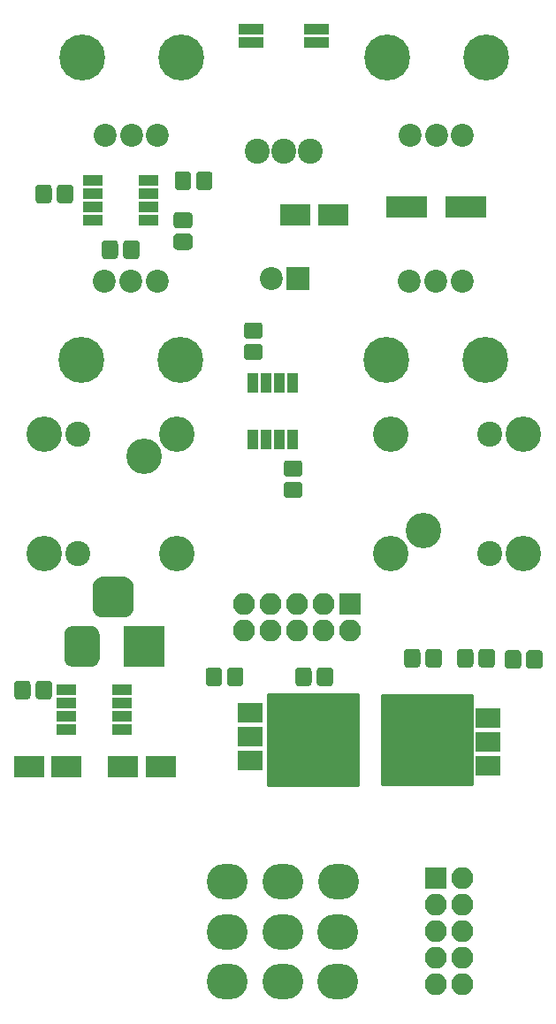
<source format=gbr>
G04 #@! TF.GenerationSoftware,KiCad,Pcbnew,(5.0.0-3-g5ebb6b6)*
G04 #@! TF.CreationDate,2018-11-10T02:34:20+00:00*
G04 #@! TF.ProjectId,555PWMTremolo,35353550574D5472656D6F6C6F2E6B69,rev?*
G04 #@! TF.SameCoordinates,Original*
G04 #@! TF.FileFunction,Soldermask,Top*
G04 #@! TF.FilePolarity,Negative*
%FSLAX46Y46*%
G04 Gerber Fmt 4.6, Leading zero omitted, Abs format (unit mm)*
G04 Created by KiCad (PCBNEW (5.0.0-3-g5ebb6b6)) date Saturday, 10 November 2018 at 02:34:20*
%MOMM*%
%LPD*%
G01*
G04 APERTURE LIST*
%ADD10O,3.900000X3.400000*%
%ADD11R,2.200000X2.200000*%
%ADD12C,2.200000*%
%ADD13R,2.400000X1.900000*%
%ADD14R,2.400000X4.200000*%
%ADD15C,0.100000*%
%ADD16C,1.550000*%
%ADD17C,2.400000*%
%ADD18C,3.400000*%
%ADD19R,3.900000X3.900000*%
%ADD20C,3.900000*%
%ADD21C,4.400000*%
%ADD22R,1.000000X1.950000*%
%ADD23R,3.000000X2.000000*%
%ADD24R,1.950000X1.000000*%
%ADD25R,2.400000X1.040000*%
%ADD26O,2.100000X2.100000*%
%ADD27R,2.100000X2.100000*%
%ADD28R,3.900000X2.000000*%
%ADD29C,0.254000*%
G04 APERTURE END LIST*
D10*
G04 #@! TO.C,SW_EN1*
X85836760Y-164851080D03*
X80563720Y-164838380D03*
X75247500Y-164833300D03*
X85852000Y-160045400D03*
X80556100Y-160045400D03*
X75247500Y-160045400D03*
X85864700Y-155244800D03*
X80556100Y-155244800D03*
X75247500Y-155244800D03*
G04 #@! TD*
D11*
G04 #@! TO.C,D_LED1*
X82042000Y-97536000D03*
D12*
X79502000Y-97536000D03*
G04 #@! TD*
D13*
G04 #@! TO.C,U_NREG1*
X100241500Y-144159000D03*
X100241500Y-139559000D03*
X100241500Y-141859000D03*
D14*
X93941500Y-141859000D03*
G04 #@! TD*
D15*
G04 #@! TO.C,C_BP1*
G36*
X71455071Y-87239623D02*
X71487781Y-87244475D01*
X71519857Y-87252509D01*
X71550991Y-87263649D01*
X71580884Y-87277787D01*
X71609247Y-87294787D01*
X71635807Y-87314485D01*
X71660308Y-87336692D01*
X71682515Y-87361193D01*
X71702213Y-87387753D01*
X71719213Y-87416116D01*
X71733351Y-87446009D01*
X71744491Y-87477143D01*
X71752525Y-87509219D01*
X71757377Y-87541929D01*
X71759000Y-87574956D01*
X71759000Y-88701044D01*
X71757377Y-88734071D01*
X71752525Y-88766781D01*
X71744491Y-88798857D01*
X71733351Y-88829991D01*
X71719213Y-88859884D01*
X71702213Y-88888247D01*
X71682515Y-88914807D01*
X71660308Y-88939308D01*
X71635807Y-88961515D01*
X71609247Y-88981213D01*
X71580884Y-88998213D01*
X71550991Y-89012351D01*
X71519857Y-89023491D01*
X71487781Y-89031525D01*
X71455071Y-89036377D01*
X71422044Y-89038000D01*
X70545956Y-89038000D01*
X70512929Y-89036377D01*
X70480219Y-89031525D01*
X70448143Y-89023491D01*
X70417009Y-89012351D01*
X70387116Y-88998213D01*
X70358753Y-88981213D01*
X70332193Y-88961515D01*
X70307692Y-88939308D01*
X70285485Y-88914807D01*
X70265787Y-88888247D01*
X70248787Y-88859884D01*
X70234649Y-88829991D01*
X70223509Y-88798857D01*
X70215475Y-88766781D01*
X70210623Y-88734071D01*
X70209000Y-88701044D01*
X70209000Y-87574956D01*
X70210623Y-87541929D01*
X70215475Y-87509219D01*
X70223509Y-87477143D01*
X70234649Y-87446009D01*
X70248787Y-87416116D01*
X70265787Y-87387753D01*
X70285485Y-87361193D01*
X70307692Y-87336692D01*
X70332193Y-87314485D01*
X70358753Y-87294787D01*
X70387116Y-87277787D01*
X70417009Y-87263649D01*
X70448143Y-87252509D01*
X70480219Y-87244475D01*
X70512929Y-87239623D01*
X70545956Y-87238000D01*
X71422044Y-87238000D01*
X71455071Y-87239623D01*
X71455071Y-87239623D01*
G37*
D16*
X70984000Y-88138000D03*
D15*
G36*
X73505071Y-87239623D02*
X73537781Y-87244475D01*
X73569857Y-87252509D01*
X73600991Y-87263649D01*
X73630884Y-87277787D01*
X73659247Y-87294787D01*
X73685807Y-87314485D01*
X73710308Y-87336692D01*
X73732515Y-87361193D01*
X73752213Y-87387753D01*
X73769213Y-87416116D01*
X73783351Y-87446009D01*
X73794491Y-87477143D01*
X73802525Y-87509219D01*
X73807377Y-87541929D01*
X73809000Y-87574956D01*
X73809000Y-88701044D01*
X73807377Y-88734071D01*
X73802525Y-88766781D01*
X73794491Y-88798857D01*
X73783351Y-88829991D01*
X73769213Y-88859884D01*
X73752213Y-88888247D01*
X73732515Y-88914807D01*
X73710308Y-88939308D01*
X73685807Y-88961515D01*
X73659247Y-88981213D01*
X73630884Y-88998213D01*
X73600991Y-89012351D01*
X73569857Y-89023491D01*
X73537781Y-89031525D01*
X73505071Y-89036377D01*
X73472044Y-89038000D01*
X72595956Y-89038000D01*
X72562929Y-89036377D01*
X72530219Y-89031525D01*
X72498143Y-89023491D01*
X72467009Y-89012351D01*
X72437116Y-88998213D01*
X72408753Y-88981213D01*
X72382193Y-88961515D01*
X72357692Y-88939308D01*
X72335485Y-88914807D01*
X72315787Y-88888247D01*
X72298787Y-88859884D01*
X72284649Y-88829991D01*
X72273509Y-88798857D01*
X72265475Y-88766781D01*
X72260623Y-88734071D01*
X72259000Y-88701044D01*
X72259000Y-87574956D01*
X72260623Y-87541929D01*
X72265475Y-87509219D01*
X72273509Y-87477143D01*
X72284649Y-87446009D01*
X72298787Y-87416116D01*
X72315787Y-87387753D01*
X72335485Y-87361193D01*
X72357692Y-87336692D01*
X72382193Y-87314485D01*
X72408753Y-87294787D01*
X72437116Y-87277787D01*
X72467009Y-87263649D01*
X72498143Y-87252509D01*
X72530219Y-87244475D01*
X72562929Y-87239623D01*
X72595956Y-87238000D01*
X73472044Y-87238000D01*
X73505071Y-87239623D01*
X73505071Y-87239623D01*
G37*
D16*
X73034000Y-88138000D03*
G04 #@! TD*
D15*
G04 #@! TO.C,C_BP3*
G36*
X78320071Y-103756623D02*
X78352781Y-103761475D01*
X78384857Y-103769509D01*
X78415991Y-103780649D01*
X78445884Y-103794787D01*
X78474247Y-103811787D01*
X78500807Y-103831485D01*
X78525308Y-103853692D01*
X78547515Y-103878193D01*
X78567213Y-103904753D01*
X78584213Y-103933116D01*
X78598351Y-103963009D01*
X78609491Y-103994143D01*
X78617525Y-104026219D01*
X78622377Y-104058929D01*
X78624000Y-104091956D01*
X78624000Y-104968044D01*
X78622377Y-105001071D01*
X78617525Y-105033781D01*
X78609491Y-105065857D01*
X78598351Y-105096991D01*
X78584213Y-105126884D01*
X78567213Y-105155247D01*
X78547515Y-105181807D01*
X78525308Y-105206308D01*
X78500807Y-105228515D01*
X78474247Y-105248213D01*
X78445884Y-105265213D01*
X78415991Y-105279351D01*
X78384857Y-105290491D01*
X78352781Y-105298525D01*
X78320071Y-105303377D01*
X78287044Y-105305000D01*
X77160956Y-105305000D01*
X77127929Y-105303377D01*
X77095219Y-105298525D01*
X77063143Y-105290491D01*
X77032009Y-105279351D01*
X77002116Y-105265213D01*
X76973753Y-105248213D01*
X76947193Y-105228515D01*
X76922692Y-105206308D01*
X76900485Y-105181807D01*
X76880787Y-105155247D01*
X76863787Y-105126884D01*
X76849649Y-105096991D01*
X76838509Y-105065857D01*
X76830475Y-105033781D01*
X76825623Y-105001071D01*
X76824000Y-104968044D01*
X76824000Y-104091956D01*
X76825623Y-104058929D01*
X76830475Y-104026219D01*
X76838509Y-103994143D01*
X76849649Y-103963009D01*
X76863787Y-103933116D01*
X76880787Y-103904753D01*
X76900485Y-103878193D01*
X76922692Y-103853692D01*
X76947193Y-103831485D01*
X76973753Y-103811787D01*
X77002116Y-103794787D01*
X77032009Y-103780649D01*
X77063143Y-103769509D01*
X77095219Y-103761475D01*
X77127929Y-103756623D01*
X77160956Y-103755000D01*
X78287044Y-103755000D01*
X78320071Y-103756623D01*
X78320071Y-103756623D01*
G37*
D16*
X77724000Y-104530000D03*
D15*
G36*
X78320071Y-101706623D02*
X78352781Y-101711475D01*
X78384857Y-101719509D01*
X78415991Y-101730649D01*
X78445884Y-101744787D01*
X78474247Y-101761787D01*
X78500807Y-101781485D01*
X78525308Y-101803692D01*
X78547515Y-101828193D01*
X78567213Y-101854753D01*
X78584213Y-101883116D01*
X78598351Y-101913009D01*
X78609491Y-101944143D01*
X78617525Y-101976219D01*
X78622377Y-102008929D01*
X78624000Y-102041956D01*
X78624000Y-102918044D01*
X78622377Y-102951071D01*
X78617525Y-102983781D01*
X78609491Y-103015857D01*
X78598351Y-103046991D01*
X78584213Y-103076884D01*
X78567213Y-103105247D01*
X78547515Y-103131807D01*
X78525308Y-103156308D01*
X78500807Y-103178515D01*
X78474247Y-103198213D01*
X78445884Y-103215213D01*
X78415991Y-103229351D01*
X78384857Y-103240491D01*
X78352781Y-103248525D01*
X78320071Y-103253377D01*
X78287044Y-103255000D01*
X77160956Y-103255000D01*
X77127929Y-103253377D01*
X77095219Y-103248525D01*
X77063143Y-103240491D01*
X77032009Y-103229351D01*
X77002116Y-103215213D01*
X76973753Y-103198213D01*
X76947193Y-103178515D01*
X76922692Y-103156308D01*
X76900485Y-103131807D01*
X76880787Y-103105247D01*
X76863787Y-103076884D01*
X76849649Y-103046991D01*
X76838509Y-103015857D01*
X76830475Y-102983781D01*
X76825623Y-102951071D01*
X76824000Y-102918044D01*
X76824000Y-102041956D01*
X76825623Y-102008929D01*
X76830475Y-101976219D01*
X76838509Y-101944143D01*
X76849649Y-101913009D01*
X76863787Y-101883116D01*
X76880787Y-101854753D01*
X76900485Y-101828193D01*
X76922692Y-101803692D01*
X76947193Y-101781485D01*
X76973753Y-101761787D01*
X77002116Y-101744787D01*
X77032009Y-101730649D01*
X77063143Y-101719509D01*
X77095219Y-101711475D01*
X77127929Y-101706623D01*
X77160956Y-101705000D01*
X78287044Y-101705000D01*
X78320071Y-101706623D01*
X78320071Y-101706623D01*
G37*
D16*
X77724000Y-102480000D03*
G04 #@! TD*
D15*
G04 #@! TO.C,C_BP4*
G36*
X82130071Y-116964623D02*
X82162781Y-116969475D01*
X82194857Y-116977509D01*
X82225991Y-116988649D01*
X82255884Y-117002787D01*
X82284247Y-117019787D01*
X82310807Y-117039485D01*
X82335308Y-117061692D01*
X82357515Y-117086193D01*
X82377213Y-117112753D01*
X82394213Y-117141116D01*
X82408351Y-117171009D01*
X82419491Y-117202143D01*
X82427525Y-117234219D01*
X82432377Y-117266929D01*
X82434000Y-117299956D01*
X82434000Y-118176044D01*
X82432377Y-118209071D01*
X82427525Y-118241781D01*
X82419491Y-118273857D01*
X82408351Y-118304991D01*
X82394213Y-118334884D01*
X82377213Y-118363247D01*
X82357515Y-118389807D01*
X82335308Y-118414308D01*
X82310807Y-118436515D01*
X82284247Y-118456213D01*
X82255884Y-118473213D01*
X82225991Y-118487351D01*
X82194857Y-118498491D01*
X82162781Y-118506525D01*
X82130071Y-118511377D01*
X82097044Y-118513000D01*
X80970956Y-118513000D01*
X80937929Y-118511377D01*
X80905219Y-118506525D01*
X80873143Y-118498491D01*
X80842009Y-118487351D01*
X80812116Y-118473213D01*
X80783753Y-118456213D01*
X80757193Y-118436515D01*
X80732692Y-118414308D01*
X80710485Y-118389807D01*
X80690787Y-118363247D01*
X80673787Y-118334884D01*
X80659649Y-118304991D01*
X80648509Y-118273857D01*
X80640475Y-118241781D01*
X80635623Y-118209071D01*
X80634000Y-118176044D01*
X80634000Y-117299956D01*
X80635623Y-117266929D01*
X80640475Y-117234219D01*
X80648509Y-117202143D01*
X80659649Y-117171009D01*
X80673787Y-117141116D01*
X80690787Y-117112753D01*
X80710485Y-117086193D01*
X80732692Y-117061692D01*
X80757193Y-117039485D01*
X80783753Y-117019787D01*
X80812116Y-117002787D01*
X80842009Y-116988649D01*
X80873143Y-116977509D01*
X80905219Y-116969475D01*
X80937929Y-116964623D01*
X80970956Y-116963000D01*
X82097044Y-116963000D01*
X82130071Y-116964623D01*
X82130071Y-116964623D01*
G37*
D16*
X81534000Y-117738000D03*
D15*
G36*
X82130071Y-114914623D02*
X82162781Y-114919475D01*
X82194857Y-114927509D01*
X82225991Y-114938649D01*
X82255884Y-114952787D01*
X82284247Y-114969787D01*
X82310807Y-114989485D01*
X82335308Y-115011692D01*
X82357515Y-115036193D01*
X82377213Y-115062753D01*
X82394213Y-115091116D01*
X82408351Y-115121009D01*
X82419491Y-115152143D01*
X82427525Y-115184219D01*
X82432377Y-115216929D01*
X82434000Y-115249956D01*
X82434000Y-116126044D01*
X82432377Y-116159071D01*
X82427525Y-116191781D01*
X82419491Y-116223857D01*
X82408351Y-116254991D01*
X82394213Y-116284884D01*
X82377213Y-116313247D01*
X82357515Y-116339807D01*
X82335308Y-116364308D01*
X82310807Y-116386515D01*
X82284247Y-116406213D01*
X82255884Y-116423213D01*
X82225991Y-116437351D01*
X82194857Y-116448491D01*
X82162781Y-116456525D01*
X82130071Y-116461377D01*
X82097044Y-116463000D01*
X80970956Y-116463000D01*
X80937929Y-116461377D01*
X80905219Y-116456525D01*
X80873143Y-116448491D01*
X80842009Y-116437351D01*
X80812116Y-116423213D01*
X80783753Y-116406213D01*
X80757193Y-116386515D01*
X80732692Y-116364308D01*
X80710485Y-116339807D01*
X80690787Y-116313247D01*
X80673787Y-116284884D01*
X80659649Y-116254991D01*
X80648509Y-116223857D01*
X80640475Y-116191781D01*
X80635623Y-116159071D01*
X80634000Y-116126044D01*
X80634000Y-115249956D01*
X80635623Y-115216929D01*
X80640475Y-115184219D01*
X80648509Y-115152143D01*
X80659649Y-115121009D01*
X80673787Y-115091116D01*
X80690787Y-115062753D01*
X80710485Y-115036193D01*
X80732692Y-115011692D01*
X80757193Y-114989485D01*
X80783753Y-114969787D01*
X80812116Y-114952787D01*
X80842009Y-114938649D01*
X80873143Y-114927509D01*
X80905219Y-114919475D01*
X80937929Y-114914623D01*
X80970956Y-114913000D01*
X82097044Y-114913000D01*
X82130071Y-114914623D01*
X82130071Y-114914623D01*
G37*
D16*
X81534000Y-115688000D03*
G04 #@! TD*
D15*
G04 #@! TO.C,C_BP5*
G36*
X56088071Y-136007623D02*
X56120781Y-136012475D01*
X56152857Y-136020509D01*
X56183991Y-136031649D01*
X56213884Y-136045787D01*
X56242247Y-136062787D01*
X56268807Y-136082485D01*
X56293308Y-136104692D01*
X56315515Y-136129193D01*
X56335213Y-136155753D01*
X56352213Y-136184116D01*
X56366351Y-136214009D01*
X56377491Y-136245143D01*
X56385525Y-136277219D01*
X56390377Y-136309929D01*
X56392000Y-136342956D01*
X56392000Y-137469044D01*
X56390377Y-137502071D01*
X56385525Y-137534781D01*
X56377491Y-137566857D01*
X56366351Y-137597991D01*
X56352213Y-137627884D01*
X56335213Y-137656247D01*
X56315515Y-137682807D01*
X56293308Y-137707308D01*
X56268807Y-137729515D01*
X56242247Y-137749213D01*
X56213884Y-137766213D01*
X56183991Y-137780351D01*
X56152857Y-137791491D01*
X56120781Y-137799525D01*
X56088071Y-137804377D01*
X56055044Y-137806000D01*
X55178956Y-137806000D01*
X55145929Y-137804377D01*
X55113219Y-137799525D01*
X55081143Y-137791491D01*
X55050009Y-137780351D01*
X55020116Y-137766213D01*
X54991753Y-137749213D01*
X54965193Y-137729515D01*
X54940692Y-137707308D01*
X54918485Y-137682807D01*
X54898787Y-137656247D01*
X54881787Y-137627884D01*
X54867649Y-137597991D01*
X54856509Y-137566857D01*
X54848475Y-137534781D01*
X54843623Y-137502071D01*
X54842000Y-137469044D01*
X54842000Y-136342956D01*
X54843623Y-136309929D01*
X54848475Y-136277219D01*
X54856509Y-136245143D01*
X54867649Y-136214009D01*
X54881787Y-136184116D01*
X54898787Y-136155753D01*
X54918485Y-136129193D01*
X54940692Y-136104692D01*
X54965193Y-136082485D01*
X54991753Y-136062787D01*
X55020116Y-136045787D01*
X55050009Y-136031649D01*
X55081143Y-136020509D01*
X55113219Y-136012475D01*
X55145929Y-136007623D01*
X55178956Y-136006000D01*
X56055044Y-136006000D01*
X56088071Y-136007623D01*
X56088071Y-136007623D01*
G37*
D16*
X55617000Y-136906000D03*
D15*
G36*
X58138071Y-136007623D02*
X58170781Y-136012475D01*
X58202857Y-136020509D01*
X58233991Y-136031649D01*
X58263884Y-136045787D01*
X58292247Y-136062787D01*
X58318807Y-136082485D01*
X58343308Y-136104692D01*
X58365515Y-136129193D01*
X58385213Y-136155753D01*
X58402213Y-136184116D01*
X58416351Y-136214009D01*
X58427491Y-136245143D01*
X58435525Y-136277219D01*
X58440377Y-136309929D01*
X58442000Y-136342956D01*
X58442000Y-137469044D01*
X58440377Y-137502071D01*
X58435525Y-137534781D01*
X58427491Y-137566857D01*
X58416351Y-137597991D01*
X58402213Y-137627884D01*
X58385213Y-137656247D01*
X58365515Y-137682807D01*
X58343308Y-137707308D01*
X58318807Y-137729515D01*
X58292247Y-137749213D01*
X58263884Y-137766213D01*
X58233991Y-137780351D01*
X58202857Y-137791491D01*
X58170781Y-137799525D01*
X58138071Y-137804377D01*
X58105044Y-137806000D01*
X57228956Y-137806000D01*
X57195929Y-137804377D01*
X57163219Y-137799525D01*
X57131143Y-137791491D01*
X57100009Y-137780351D01*
X57070116Y-137766213D01*
X57041753Y-137749213D01*
X57015193Y-137729515D01*
X56990692Y-137707308D01*
X56968485Y-137682807D01*
X56948787Y-137656247D01*
X56931787Y-137627884D01*
X56917649Y-137597991D01*
X56906509Y-137566857D01*
X56898475Y-137534781D01*
X56893623Y-137502071D01*
X56892000Y-137469044D01*
X56892000Y-136342956D01*
X56893623Y-136309929D01*
X56898475Y-136277219D01*
X56906509Y-136245143D01*
X56917649Y-136214009D01*
X56931787Y-136184116D01*
X56948787Y-136155753D01*
X56968485Y-136129193D01*
X56990692Y-136104692D01*
X57015193Y-136082485D01*
X57041753Y-136062787D01*
X57070116Y-136045787D01*
X57100009Y-136031649D01*
X57131143Y-136020509D01*
X57163219Y-136012475D01*
X57195929Y-136007623D01*
X57228956Y-136006000D01*
X58105044Y-136006000D01*
X58138071Y-136007623D01*
X58138071Y-136007623D01*
G37*
D16*
X57667000Y-136906000D03*
G04 #@! TD*
D17*
G04 #@! TO.C,J_IN1*
X100393500Y-112395000D03*
X100393500Y-123825000D03*
D18*
X94043500Y-121666000D03*
X103568500Y-123825000D03*
X103568500Y-112395000D03*
X90868500Y-112395000D03*
X90868500Y-123825000D03*
G04 #@! TD*
D19*
G04 #@! TO.C,J_PWR1*
X67310000Y-132715000D03*
D15*
G36*
X62243315Y-130769093D02*
X62325827Y-130781333D01*
X62406742Y-130801601D01*
X62485281Y-130829702D01*
X62560687Y-130865367D01*
X62632235Y-130908251D01*
X62699234Y-130957941D01*
X62761041Y-131013959D01*
X62817059Y-131075766D01*
X62866749Y-131142765D01*
X62909633Y-131214313D01*
X62945298Y-131289719D01*
X62973399Y-131368258D01*
X62993667Y-131449173D01*
X63005907Y-131531685D01*
X63010000Y-131615000D01*
X63010000Y-133815000D01*
X63005907Y-133898315D01*
X62993667Y-133980827D01*
X62973399Y-134061742D01*
X62945298Y-134140281D01*
X62909633Y-134215687D01*
X62866749Y-134287235D01*
X62817059Y-134354234D01*
X62761041Y-134416041D01*
X62699234Y-134472059D01*
X62632235Y-134521749D01*
X62560687Y-134564633D01*
X62485281Y-134600298D01*
X62406742Y-134628399D01*
X62325827Y-134648667D01*
X62243315Y-134660907D01*
X62160000Y-134665000D01*
X60460000Y-134665000D01*
X60376685Y-134660907D01*
X60294173Y-134648667D01*
X60213258Y-134628399D01*
X60134719Y-134600298D01*
X60059313Y-134564633D01*
X59987765Y-134521749D01*
X59920766Y-134472059D01*
X59858959Y-134416041D01*
X59802941Y-134354234D01*
X59753251Y-134287235D01*
X59710367Y-134215687D01*
X59674702Y-134140281D01*
X59646601Y-134061742D01*
X59626333Y-133980827D01*
X59614093Y-133898315D01*
X59610000Y-133815000D01*
X59610000Y-131615000D01*
X59614093Y-131531685D01*
X59626333Y-131449173D01*
X59646601Y-131368258D01*
X59674702Y-131289719D01*
X59710367Y-131214313D01*
X59753251Y-131142765D01*
X59802941Y-131075766D01*
X59858959Y-131013959D01*
X59920766Y-130957941D01*
X59987765Y-130908251D01*
X60059313Y-130865367D01*
X60134719Y-130829702D01*
X60213258Y-130801601D01*
X60294173Y-130781333D01*
X60376685Y-130769093D01*
X60460000Y-130765000D01*
X62160000Y-130765000D01*
X62243315Y-130769093D01*
X62243315Y-130769093D01*
G37*
D18*
X61310000Y-132715000D03*
D15*
G36*
X65380567Y-126069695D02*
X65475213Y-126083734D01*
X65568028Y-126106983D01*
X65658116Y-126139217D01*
X65744612Y-126180127D01*
X65826681Y-126229317D01*
X65903533Y-126286315D01*
X65974429Y-126350571D01*
X66038685Y-126421467D01*
X66095683Y-126498319D01*
X66144873Y-126580388D01*
X66185783Y-126666884D01*
X66218017Y-126756972D01*
X66241266Y-126849787D01*
X66255305Y-126944433D01*
X66260000Y-127040000D01*
X66260000Y-128990000D01*
X66255305Y-129085567D01*
X66241266Y-129180213D01*
X66218017Y-129273028D01*
X66185783Y-129363116D01*
X66144873Y-129449612D01*
X66095683Y-129531681D01*
X66038685Y-129608533D01*
X65974429Y-129679429D01*
X65903533Y-129743685D01*
X65826681Y-129800683D01*
X65744612Y-129849873D01*
X65658116Y-129890783D01*
X65568028Y-129923017D01*
X65475213Y-129946266D01*
X65380567Y-129960305D01*
X65285000Y-129965000D01*
X63335000Y-129965000D01*
X63239433Y-129960305D01*
X63144787Y-129946266D01*
X63051972Y-129923017D01*
X62961884Y-129890783D01*
X62875388Y-129849873D01*
X62793319Y-129800683D01*
X62716467Y-129743685D01*
X62645571Y-129679429D01*
X62581315Y-129608533D01*
X62524317Y-129531681D01*
X62475127Y-129449612D01*
X62434217Y-129363116D01*
X62401983Y-129273028D01*
X62378734Y-129180213D01*
X62364695Y-129085567D01*
X62360000Y-128990000D01*
X62360000Y-127040000D01*
X62364695Y-126944433D01*
X62378734Y-126849787D01*
X62401983Y-126756972D01*
X62434217Y-126666884D01*
X62475127Y-126580388D01*
X62524317Y-126498319D01*
X62581315Y-126421467D01*
X62645571Y-126350571D01*
X62716467Y-126286315D01*
X62793319Y-126229317D01*
X62875388Y-126180127D01*
X62961884Y-126139217D01*
X63051972Y-126106983D01*
X63144787Y-126083734D01*
X63239433Y-126069695D01*
X63335000Y-126065000D01*
X65285000Y-126065000D01*
X65380567Y-126069695D01*
X65380567Y-126069695D01*
G37*
D20*
X64310000Y-128015000D03*
G04 #@! TD*
D12*
G04 #@! TO.C,P_DEPTH1*
X92790000Y-83820000D03*
X95290000Y-83820000D03*
X97790000Y-83820000D03*
D21*
X90540000Y-76320000D03*
X100040000Y-76320000D03*
G04 #@! TD*
G04 #@! TO.C,P_VOL1*
X90460000Y-105290000D03*
X99960000Y-105290000D03*
D12*
X92710000Y-97790000D03*
X95210000Y-97790000D03*
X97710000Y-97790000D03*
G04 #@! TD*
D15*
G04 #@! TO.C,R1*
G36*
X74426871Y-134737623D02*
X74459581Y-134742475D01*
X74491657Y-134750509D01*
X74522791Y-134761649D01*
X74552684Y-134775787D01*
X74581047Y-134792787D01*
X74607607Y-134812485D01*
X74632108Y-134834692D01*
X74654315Y-134859193D01*
X74674013Y-134885753D01*
X74691013Y-134914116D01*
X74705151Y-134944009D01*
X74716291Y-134975143D01*
X74724325Y-135007219D01*
X74729177Y-135039929D01*
X74730800Y-135072956D01*
X74730800Y-136199044D01*
X74729177Y-136232071D01*
X74724325Y-136264781D01*
X74716291Y-136296857D01*
X74705151Y-136327991D01*
X74691013Y-136357884D01*
X74674013Y-136386247D01*
X74654315Y-136412807D01*
X74632108Y-136437308D01*
X74607607Y-136459515D01*
X74581047Y-136479213D01*
X74552684Y-136496213D01*
X74522791Y-136510351D01*
X74491657Y-136521491D01*
X74459581Y-136529525D01*
X74426871Y-136534377D01*
X74393844Y-136536000D01*
X73517756Y-136536000D01*
X73484729Y-136534377D01*
X73452019Y-136529525D01*
X73419943Y-136521491D01*
X73388809Y-136510351D01*
X73358916Y-136496213D01*
X73330553Y-136479213D01*
X73303993Y-136459515D01*
X73279492Y-136437308D01*
X73257285Y-136412807D01*
X73237587Y-136386247D01*
X73220587Y-136357884D01*
X73206449Y-136327991D01*
X73195309Y-136296857D01*
X73187275Y-136264781D01*
X73182423Y-136232071D01*
X73180800Y-136199044D01*
X73180800Y-135072956D01*
X73182423Y-135039929D01*
X73187275Y-135007219D01*
X73195309Y-134975143D01*
X73206449Y-134944009D01*
X73220587Y-134914116D01*
X73237587Y-134885753D01*
X73257285Y-134859193D01*
X73279492Y-134834692D01*
X73303993Y-134812485D01*
X73330553Y-134792787D01*
X73358916Y-134775787D01*
X73388809Y-134761649D01*
X73419943Y-134750509D01*
X73452019Y-134742475D01*
X73484729Y-134737623D01*
X73517756Y-134736000D01*
X74393844Y-134736000D01*
X74426871Y-134737623D01*
X74426871Y-134737623D01*
G37*
D16*
X73955800Y-135636000D03*
D15*
G36*
X76476871Y-134737623D02*
X76509581Y-134742475D01*
X76541657Y-134750509D01*
X76572791Y-134761649D01*
X76602684Y-134775787D01*
X76631047Y-134792787D01*
X76657607Y-134812485D01*
X76682108Y-134834692D01*
X76704315Y-134859193D01*
X76724013Y-134885753D01*
X76741013Y-134914116D01*
X76755151Y-134944009D01*
X76766291Y-134975143D01*
X76774325Y-135007219D01*
X76779177Y-135039929D01*
X76780800Y-135072956D01*
X76780800Y-136199044D01*
X76779177Y-136232071D01*
X76774325Y-136264781D01*
X76766291Y-136296857D01*
X76755151Y-136327991D01*
X76741013Y-136357884D01*
X76724013Y-136386247D01*
X76704315Y-136412807D01*
X76682108Y-136437308D01*
X76657607Y-136459515D01*
X76631047Y-136479213D01*
X76602684Y-136496213D01*
X76572791Y-136510351D01*
X76541657Y-136521491D01*
X76509581Y-136529525D01*
X76476871Y-136534377D01*
X76443844Y-136536000D01*
X75567756Y-136536000D01*
X75534729Y-136534377D01*
X75502019Y-136529525D01*
X75469943Y-136521491D01*
X75438809Y-136510351D01*
X75408916Y-136496213D01*
X75380553Y-136479213D01*
X75353993Y-136459515D01*
X75329492Y-136437308D01*
X75307285Y-136412807D01*
X75287587Y-136386247D01*
X75270587Y-136357884D01*
X75256449Y-136327991D01*
X75245309Y-136296857D01*
X75237275Y-136264781D01*
X75232423Y-136232071D01*
X75230800Y-136199044D01*
X75230800Y-135072956D01*
X75232423Y-135039929D01*
X75237275Y-135007219D01*
X75245309Y-134975143D01*
X75256449Y-134944009D01*
X75270587Y-134914116D01*
X75287587Y-134885753D01*
X75307285Y-134859193D01*
X75329492Y-134834692D01*
X75353993Y-134812485D01*
X75380553Y-134792787D01*
X75408916Y-134775787D01*
X75438809Y-134761649D01*
X75469943Y-134750509D01*
X75502019Y-134742475D01*
X75534729Y-134737623D01*
X75567756Y-134736000D01*
X76443844Y-134736000D01*
X76476871Y-134737623D01*
X76476871Y-134737623D01*
G37*
D16*
X76005800Y-135636000D03*
G04 #@! TD*
D15*
G04 #@! TO.C,R2*
G36*
X85062071Y-134737623D02*
X85094781Y-134742475D01*
X85126857Y-134750509D01*
X85157991Y-134761649D01*
X85187884Y-134775787D01*
X85216247Y-134792787D01*
X85242807Y-134812485D01*
X85267308Y-134834692D01*
X85289515Y-134859193D01*
X85309213Y-134885753D01*
X85326213Y-134914116D01*
X85340351Y-134944009D01*
X85351491Y-134975143D01*
X85359525Y-135007219D01*
X85364377Y-135039929D01*
X85366000Y-135072956D01*
X85366000Y-136199044D01*
X85364377Y-136232071D01*
X85359525Y-136264781D01*
X85351491Y-136296857D01*
X85340351Y-136327991D01*
X85326213Y-136357884D01*
X85309213Y-136386247D01*
X85289515Y-136412807D01*
X85267308Y-136437308D01*
X85242807Y-136459515D01*
X85216247Y-136479213D01*
X85187884Y-136496213D01*
X85157991Y-136510351D01*
X85126857Y-136521491D01*
X85094781Y-136529525D01*
X85062071Y-136534377D01*
X85029044Y-136536000D01*
X84152956Y-136536000D01*
X84119929Y-136534377D01*
X84087219Y-136529525D01*
X84055143Y-136521491D01*
X84024009Y-136510351D01*
X83994116Y-136496213D01*
X83965753Y-136479213D01*
X83939193Y-136459515D01*
X83914692Y-136437308D01*
X83892485Y-136412807D01*
X83872787Y-136386247D01*
X83855787Y-136357884D01*
X83841649Y-136327991D01*
X83830509Y-136296857D01*
X83822475Y-136264781D01*
X83817623Y-136232071D01*
X83816000Y-136199044D01*
X83816000Y-135072956D01*
X83817623Y-135039929D01*
X83822475Y-135007219D01*
X83830509Y-134975143D01*
X83841649Y-134944009D01*
X83855787Y-134914116D01*
X83872787Y-134885753D01*
X83892485Y-134859193D01*
X83914692Y-134834692D01*
X83939193Y-134812485D01*
X83965753Y-134792787D01*
X83994116Y-134775787D01*
X84024009Y-134761649D01*
X84055143Y-134750509D01*
X84087219Y-134742475D01*
X84119929Y-134737623D01*
X84152956Y-134736000D01*
X85029044Y-134736000D01*
X85062071Y-134737623D01*
X85062071Y-134737623D01*
G37*
D16*
X84591000Y-135636000D03*
D15*
G36*
X83012071Y-134737623D02*
X83044781Y-134742475D01*
X83076857Y-134750509D01*
X83107991Y-134761649D01*
X83137884Y-134775787D01*
X83166247Y-134792787D01*
X83192807Y-134812485D01*
X83217308Y-134834692D01*
X83239515Y-134859193D01*
X83259213Y-134885753D01*
X83276213Y-134914116D01*
X83290351Y-134944009D01*
X83301491Y-134975143D01*
X83309525Y-135007219D01*
X83314377Y-135039929D01*
X83316000Y-135072956D01*
X83316000Y-136199044D01*
X83314377Y-136232071D01*
X83309525Y-136264781D01*
X83301491Y-136296857D01*
X83290351Y-136327991D01*
X83276213Y-136357884D01*
X83259213Y-136386247D01*
X83239515Y-136412807D01*
X83217308Y-136437308D01*
X83192807Y-136459515D01*
X83166247Y-136479213D01*
X83137884Y-136496213D01*
X83107991Y-136510351D01*
X83076857Y-136521491D01*
X83044781Y-136529525D01*
X83012071Y-136534377D01*
X82979044Y-136536000D01*
X82102956Y-136536000D01*
X82069929Y-136534377D01*
X82037219Y-136529525D01*
X82005143Y-136521491D01*
X81974009Y-136510351D01*
X81944116Y-136496213D01*
X81915753Y-136479213D01*
X81889193Y-136459515D01*
X81864692Y-136437308D01*
X81842485Y-136412807D01*
X81822787Y-136386247D01*
X81805787Y-136357884D01*
X81791649Y-136327991D01*
X81780509Y-136296857D01*
X81772475Y-136264781D01*
X81767623Y-136232071D01*
X81766000Y-136199044D01*
X81766000Y-135072956D01*
X81767623Y-135039929D01*
X81772475Y-135007219D01*
X81780509Y-134975143D01*
X81791649Y-134944009D01*
X81805787Y-134914116D01*
X81822787Y-134885753D01*
X81842485Y-134859193D01*
X81864692Y-134834692D01*
X81889193Y-134812485D01*
X81915753Y-134792787D01*
X81944116Y-134775787D01*
X81974009Y-134761649D01*
X82005143Y-134750509D01*
X82037219Y-134742475D01*
X82069929Y-134737623D01*
X82102956Y-134736000D01*
X82979044Y-134736000D01*
X83012071Y-134737623D01*
X83012071Y-134737623D01*
G37*
D16*
X82541000Y-135636000D03*
G04 #@! TD*
D15*
G04 #@! TO.C,R3*
G36*
X103078071Y-133086623D02*
X103110781Y-133091475D01*
X103142857Y-133099509D01*
X103173991Y-133110649D01*
X103203884Y-133124787D01*
X103232247Y-133141787D01*
X103258807Y-133161485D01*
X103283308Y-133183692D01*
X103305515Y-133208193D01*
X103325213Y-133234753D01*
X103342213Y-133263116D01*
X103356351Y-133293009D01*
X103367491Y-133324143D01*
X103375525Y-133356219D01*
X103380377Y-133388929D01*
X103382000Y-133421956D01*
X103382000Y-134548044D01*
X103380377Y-134581071D01*
X103375525Y-134613781D01*
X103367491Y-134645857D01*
X103356351Y-134676991D01*
X103342213Y-134706884D01*
X103325213Y-134735247D01*
X103305515Y-134761807D01*
X103283308Y-134786308D01*
X103258807Y-134808515D01*
X103232247Y-134828213D01*
X103203884Y-134845213D01*
X103173991Y-134859351D01*
X103142857Y-134870491D01*
X103110781Y-134878525D01*
X103078071Y-134883377D01*
X103045044Y-134885000D01*
X102168956Y-134885000D01*
X102135929Y-134883377D01*
X102103219Y-134878525D01*
X102071143Y-134870491D01*
X102040009Y-134859351D01*
X102010116Y-134845213D01*
X101981753Y-134828213D01*
X101955193Y-134808515D01*
X101930692Y-134786308D01*
X101908485Y-134761807D01*
X101888787Y-134735247D01*
X101871787Y-134706884D01*
X101857649Y-134676991D01*
X101846509Y-134645857D01*
X101838475Y-134613781D01*
X101833623Y-134581071D01*
X101832000Y-134548044D01*
X101832000Y-133421956D01*
X101833623Y-133388929D01*
X101838475Y-133356219D01*
X101846509Y-133324143D01*
X101857649Y-133293009D01*
X101871787Y-133263116D01*
X101888787Y-133234753D01*
X101908485Y-133208193D01*
X101930692Y-133183692D01*
X101955193Y-133161485D01*
X101981753Y-133141787D01*
X102010116Y-133124787D01*
X102040009Y-133110649D01*
X102071143Y-133099509D01*
X102103219Y-133091475D01*
X102135929Y-133086623D01*
X102168956Y-133085000D01*
X103045044Y-133085000D01*
X103078071Y-133086623D01*
X103078071Y-133086623D01*
G37*
D16*
X102607000Y-133985000D03*
D15*
G36*
X105128071Y-133086623D02*
X105160781Y-133091475D01*
X105192857Y-133099509D01*
X105223991Y-133110649D01*
X105253884Y-133124787D01*
X105282247Y-133141787D01*
X105308807Y-133161485D01*
X105333308Y-133183692D01*
X105355515Y-133208193D01*
X105375213Y-133234753D01*
X105392213Y-133263116D01*
X105406351Y-133293009D01*
X105417491Y-133324143D01*
X105425525Y-133356219D01*
X105430377Y-133388929D01*
X105432000Y-133421956D01*
X105432000Y-134548044D01*
X105430377Y-134581071D01*
X105425525Y-134613781D01*
X105417491Y-134645857D01*
X105406351Y-134676991D01*
X105392213Y-134706884D01*
X105375213Y-134735247D01*
X105355515Y-134761807D01*
X105333308Y-134786308D01*
X105308807Y-134808515D01*
X105282247Y-134828213D01*
X105253884Y-134845213D01*
X105223991Y-134859351D01*
X105192857Y-134870491D01*
X105160781Y-134878525D01*
X105128071Y-134883377D01*
X105095044Y-134885000D01*
X104218956Y-134885000D01*
X104185929Y-134883377D01*
X104153219Y-134878525D01*
X104121143Y-134870491D01*
X104090009Y-134859351D01*
X104060116Y-134845213D01*
X104031753Y-134828213D01*
X104005193Y-134808515D01*
X103980692Y-134786308D01*
X103958485Y-134761807D01*
X103938787Y-134735247D01*
X103921787Y-134706884D01*
X103907649Y-134676991D01*
X103896509Y-134645857D01*
X103888475Y-134613781D01*
X103883623Y-134581071D01*
X103882000Y-134548044D01*
X103882000Y-133421956D01*
X103883623Y-133388929D01*
X103888475Y-133356219D01*
X103896509Y-133324143D01*
X103907649Y-133293009D01*
X103921787Y-133263116D01*
X103938787Y-133234753D01*
X103958485Y-133208193D01*
X103980692Y-133183692D01*
X104005193Y-133161485D01*
X104031753Y-133141787D01*
X104060116Y-133124787D01*
X104090009Y-133110649D01*
X104121143Y-133099509D01*
X104153219Y-133091475D01*
X104185929Y-133086623D01*
X104218956Y-133085000D01*
X105095044Y-133085000D01*
X105128071Y-133086623D01*
X105128071Y-133086623D01*
G37*
D16*
X104657000Y-133985000D03*
G04 #@! TD*
D15*
G04 #@! TO.C,R4*
G36*
X95476071Y-132959623D02*
X95508781Y-132964475D01*
X95540857Y-132972509D01*
X95571991Y-132983649D01*
X95601884Y-132997787D01*
X95630247Y-133014787D01*
X95656807Y-133034485D01*
X95681308Y-133056692D01*
X95703515Y-133081193D01*
X95723213Y-133107753D01*
X95740213Y-133136116D01*
X95754351Y-133166009D01*
X95765491Y-133197143D01*
X95773525Y-133229219D01*
X95778377Y-133261929D01*
X95780000Y-133294956D01*
X95780000Y-134421044D01*
X95778377Y-134454071D01*
X95773525Y-134486781D01*
X95765491Y-134518857D01*
X95754351Y-134549991D01*
X95740213Y-134579884D01*
X95723213Y-134608247D01*
X95703515Y-134634807D01*
X95681308Y-134659308D01*
X95656807Y-134681515D01*
X95630247Y-134701213D01*
X95601884Y-134718213D01*
X95571991Y-134732351D01*
X95540857Y-134743491D01*
X95508781Y-134751525D01*
X95476071Y-134756377D01*
X95443044Y-134758000D01*
X94566956Y-134758000D01*
X94533929Y-134756377D01*
X94501219Y-134751525D01*
X94469143Y-134743491D01*
X94438009Y-134732351D01*
X94408116Y-134718213D01*
X94379753Y-134701213D01*
X94353193Y-134681515D01*
X94328692Y-134659308D01*
X94306485Y-134634807D01*
X94286787Y-134608247D01*
X94269787Y-134579884D01*
X94255649Y-134549991D01*
X94244509Y-134518857D01*
X94236475Y-134486781D01*
X94231623Y-134454071D01*
X94230000Y-134421044D01*
X94230000Y-133294956D01*
X94231623Y-133261929D01*
X94236475Y-133229219D01*
X94244509Y-133197143D01*
X94255649Y-133166009D01*
X94269787Y-133136116D01*
X94286787Y-133107753D01*
X94306485Y-133081193D01*
X94328692Y-133056692D01*
X94353193Y-133034485D01*
X94379753Y-133014787D01*
X94408116Y-132997787D01*
X94438009Y-132983649D01*
X94469143Y-132972509D01*
X94501219Y-132964475D01*
X94533929Y-132959623D01*
X94566956Y-132958000D01*
X95443044Y-132958000D01*
X95476071Y-132959623D01*
X95476071Y-132959623D01*
G37*
D16*
X95005000Y-133858000D03*
D15*
G36*
X93426071Y-132959623D02*
X93458781Y-132964475D01*
X93490857Y-132972509D01*
X93521991Y-132983649D01*
X93551884Y-132997787D01*
X93580247Y-133014787D01*
X93606807Y-133034485D01*
X93631308Y-133056692D01*
X93653515Y-133081193D01*
X93673213Y-133107753D01*
X93690213Y-133136116D01*
X93704351Y-133166009D01*
X93715491Y-133197143D01*
X93723525Y-133229219D01*
X93728377Y-133261929D01*
X93730000Y-133294956D01*
X93730000Y-134421044D01*
X93728377Y-134454071D01*
X93723525Y-134486781D01*
X93715491Y-134518857D01*
X93704351Y-134549991D01*
X93690213Y-134579884D01*
X93673213Y-134608247D01*
X93653515Y-134634807D01*
X93631308Y-134659308D01*
X93606807Y-134681515D01*
X93580247Y-134701213D01*
X93551884Y-134718213D01*
X93521991Y-134732351D01*
X93490857Y-134743491D01*
X93458781Y-134751525D01*
X93426071Y-134756377D01*
X93393044Y-134758000D01*
X92516956Y-134758000D01*
X92483929Y-134756377D01*
X92451219Y-134751525D01*
X92419143Y-134743491D01*
X92388009Y-134732351D01*
X92358116Y-134718213D01*
X92329753Y-134701213D01*
X92303193Y-134681515D01*
X92278692Y-134659308D01*
X92256485Y-134634807D01*
X92236787Y-134608247D01*
X92219787Y-134579884D01*
X92205649Y-134549991D01*
X92194509Y-134518857D01*
X92186475Y-134486781D01*
X92181623Y-134454071D01*
X92180000Y-134421044D01*
X92180000Y-133294956D01*
X92181623Y-133261929D01*
X92186475Y-133229219D01*
X92194509Y-133197143D01*
X92205649Y-133166009D01*
X92219787Y-133136116D01*
X92236787Y-133107753D01*
X92256485Y-133081193D01*
X92278692Y-133056692D01*
X92303193Y-133034485D01*
X92329753Y-133014787D01*
X92358116Y-132997787D01*
X92388009Y-132983649D01*
X92419143Y-132972509D01*
X92451219Y-132964475D01*
X92483929Y-132959623D01*
X92516956Y-132958000D01*
X93393044Y-132958000D01*
X93426071Y-132959623D01*
X93426071Y-132959623D01*
G37*
D16*
X92955000Y-133858000D03*
G04 #@! TD*
D15*
G04 #@! TO.C,R5*
G36*
X100556071Y-132959623D02*
X100588781Y-132964475D01*
X100620857Y-132972509D01*
X100651991Y-132983649D01*
X100681884Y-132997787D01*
X100710247Y-133014787D01*
X100736807Y-133034485D01*
X100761308Y-133056692D01*
X100783515Y-133081193D01*
X100803213Y-133107753D01*
X100820213Y-133136116D01*
X100834351Y-133166009D01*
X100845491Y-133197143D01*
X100853525Y-133229219D01*
X100858377Y-133261929D01*
X100860000Y-133294956D01*
X100860000Y-134421044D01*
X100858377Y-134454071D01*
X100853525Y-134486781D01*
X100845491Y-134518857D01*
X100834351Y-134549991D01*
X100820213Y-134579884D01*
X100803213Y-134608247D01*
X100783515Y-134634807D01*
X100761308Y-134659308D01*
X100736807Y-134681515D01*
X100710247Y-134701213D01*
X100681884Y-134718213D01*
X100651991Y-134732351D01*
X100620857Y-134743491D01*
X100588781Y-134751525D01*
X100556071Y-134756377D01*
X100523044Y-134758000D01*
X99646956Y-134758000D01*
X99613929Y-134756377D01*
X99581219Y-134751525D01*
X99549143Y-134743491D01*
X99518009Y-134732351D01*
X99488116Y-134718213D01*
X99459753Y-134701213D01*
X99433193Y-134681515D01*
X99408692Y-134659308D01*
X99386485Y-134634807D01*
X99366787Y-134608247D01*
X99349787Y-134579884D01*
X99335649Y-134549991D01*
X99324509Y-134518857D01*
X99316475Y-134486781D01*
X99311623Y-134454071D01*
X99310000Y-134421044D01*
X99310000Y-133294956D01*
X99311623Y-133261929D01*
X99316475Y-133229219D01*
X99324509Y-133197143D01*
X99335649Y-133166009D01*
X99349787Y-133136116D01*
X99366787Y-133107753D01*
X99386485Y-133081193D01*
X99408692Y-133056692D01*
X99433193Y-133034485D01*
X99459753Y-133014787D01*
X99488116Y-132997787D01*
X99518009Y-132983649D01*
X99549143Y-132972509D01*
X99581219Y-132964475D01*
X99613929Y-132959623D01*
X99646956Y-132958000D01*
X100523044Y-132958000D01*
X100556071Y-132959623D01*
X100556071Y-132959623D01*
G37*
D16*
X100085000Y-133858000D03*
D15*
G36*
X98506071Y-132959623D02*
X98538781Y-132964475D01*
X98570857Y-132972509D01*
X98601991Y-132983649D01*
X98631884Y-132997787D01*
X98660247Y-133014787D01*
X98686807Y-133034485D01*
X98711308Y-133056692D01*
X98733515Y-133081193D01*
X98753213Y-133107753D01*
X98770213Y-133136116D01*
X98784351Y-133166009D01*
X98795491Y-133197143D01*
X98803525Y-133229219D01*
X98808377Y-133261929D01*
X98810000Y-133294956D01*
X98810000Y-134421044D01*
X98808377Y-134454071D01*
X98803525Y-134486781D01*
X98795491Y-134518857D01*
X98784351Y-134549991D01*
X98770213Y-134579884D01*
X98753213Y-134608247D01*
X98733515Y-134634807D01*
X98711308Y-134659308D01*
X98686807Y-134681515D01*
X98660247Y-134701213D01*
X98631884Y-134718213D01*
X98601991Y-134732351D01*
X98570857Y-134743491D01*
X98538781Y-134751525D01*
X98506071Y-134756377D01*
X98473044Y-134758000D01*
X97596956Y-134758000D01*
X97563929Y-134756377D01*
X97531219Y-134751525D01*
X97499143Y-134743491D01*
X97468009Y-134732351D01*
X97438116Y-134718213D01*
X97409753Y-134701213D01*
X97383193Y-134681515D01*
X97358692Y-134659308D01*
X97336485Y-134634807D01*
X97316787Y-134608247D01*
X97299787Y-134579884D01*
X97285649Y-134549991D01*
X97274509Y-134518857D01*
X97266475Y-134486781D01*
X97261623Y-134454071D01*
X97260000Y-134421044D01*
X97260000Y-133294956D01*
X97261623Y-133261929D01*
X97266475Y-133229219D01*
X97274509Y-133197143D01*
X97285649Y-133166009D01*
X97299787Y-133136116D01*
X97316787Y-133107753D01*
X97336485Y-133081193D01*
X97358692Y-133056692D01*
X97383193Y-133034485D01*
X97409753Y-133014787D01*
X97438116Y-132997787D01*
X97468009Y-132983649D01*
X97499143Y-132972509D01*
X97531219Y-132964475D01*
X97563929Y-132959623D01*
X97596956Y-132958000D01*
X98473044Y-132958000D01*
X98506071Y-132959623D01*
X98506071Y-132959623D01*
G37*
D16*
X98035000Y-133858000D03*
G04 #@! TD*
D22*
G04 #@! TO.C,U_BUF1*
X77724000Y-107536000D03*
X78994000Y-107536000D03*
X80264000Y-107536000D03*
X81534000Y-107536000D03*
X81534000Y-112936000D03*
X80264000Y-112936000D03*
X78994000Y-112936000D03*
X77724000Y-112936000D03*
G04 #@! TD*
D14*
G04 #@! TO.C,U_PREG1*
X83731500Y-141351000D03*
D13*
X77431500Y-141351000D03*
X77431500Y-143651000D03*
X77431500Y-139051000D03*
G04 #@! TD*
D23*
G04 #@! TO.C,CP_INV1*
X59839000Y-144272000D03*
X56239000Y-144272000D03*
G04 #@! TD*
G04 #@! TO.C,CP_INV2*
X68856000Y-144272000D03*
X65256000Y-144272000D03*
G04 #@! TD*
D15*
G04 #@! TO.C,C_OSC2*
G36*
X71589071Y-91165623D02*
X71621781Y-91170475D01*
X71653857Y-91178509D01*
X71684991Y-91189649D01*
X71714884Y-91203787D01*
X71743247Y-91220787D01*
X71769807Y-91240485D01*
X71794308Y-91262692D01*
X71816515Y-91287193D01*
X71836213Y-91313753D01*
X71853213Y-91342116D01*
X71867351Y-91372009D01*
X71878491Y-91403143D01*
X71886525Y-91435219D01*
X71891377Y-91467929D01*
X71893000Y-91500956D01*
X71893000Y-92377044D01*
X71891377Y-92410071D01*
X71886525Y-92442781D01*
X71878491Y-92474857D01*
X71867351Y-92505991D01*
X71853213Y-92535884D01*
X71836213Y-92564247D01*
X71816515Y-92590807D01*
X71794308Y-92615308D01*
X71769807Y-92637515D01*
X71743247Y-92657213D01*
X71714884Y-92674213D01*
X71684991Y-92688351D01*
X71653857Y-92699491D01*
X71621781Y-92707525D01*
X71589071Y-92712377D01*
X71556044Y-92714000D01*
X70429956Y-92714000D01*
X70396929Y-92712377D01*
X70364219Y-92707525D01*
X70332143Y-92699491D01*
X70301009Y-92688351D01*
X70271116Y-92674213D01*
X70242753Y-92657213D01*
X70216193Y-92637515D01*
X70191692Y-92615308D01*
X70169485Y-92590807D01*
X70149787Y-92564247D01*
X70132787Y-92535884D01*
X70118649Y-92505991D01*
X70107509Y-92474857D01*
X70099475Y-92442781D01*
X70094623Y-92410071D01*
X70093000Y-92377044D01*
X70093000Y-91500956D01*
X70094623Y-91467929D01*
X70099475Y-91435219D01*
X70107509Y-91403143D01*
X70118649Y-91372009D01*
X70132787Y-91342116D01*
X70149787Y-91313753D01*
X70169485Y-91287193D01*
X70191692Y-91262692D01*
X70216193Y-91240485D01*
X70242753Y-91220787D01*
X70271116Y-91203787D01*
X70301009Y-91189649D01*
X70332143Y-91178509D01*
X70364219Y-91170475D01*
X70396929Y-91165623D01*
X70429956Y-91164000D01*
X71556044Y-91164000D01*
X71589071Y-91165623D01*
X71589071Y-91165623D01*
G37*
D16*
X70993000Y-91939000D03*
D15*
G36*
X71589618Y-93215620D02*
X71622269Y-93220463D01*
X71654287Y-93228483D01*
X71685366Y-93239603D01*
X71715204Y-93253716D01*
X71743516Y-93270685D01*
X71770028Y-93290348D01*
X71794485Y-93312515D01*
X71816652Y-93336972D01*
X71836315Y-93363484D01*
X71853284Y-93391796D01*
X71867397Y-93421634D01*
X71878517Y-93452713D01*
X71886537Y-93484731D01*
X71891380Y-93517382D01*
X71893000Y-93550350D01*
X71893000Y-94427650D01*
X71891380Y-94460618D01*
X71886537Y-94493269D01*
X71878517Y-94525287D01*
X71867397Y-94556366D01*
X71853284Y-94586204D01*
X71836315Y-94614516D01*
X71816652Y-94641028D01*
X71794485Y-94665485D01*
X71770028Y-94687652D01*
X71743516Y-94707315D01*
X71715204Y-94724284D01*
X71685366Y-94738397D01*
X71654287Y-94749517D01*
X71622269Y-94757537D01*
X71589618Y-94762380D01*
X71556650Y-94764000D01*
X70429350Y-94764000D01*
X70396382Y-94762380D01*
X70363731Y-94757537D01*
X70331713Y-94749517D01*
X70300634Y-94738397D01*
X70270796Y-94724284D01*
X70242484Y-94707315D01*
X70215972Y-94687652D01*
X70191515Y-94665485D01*
X70169348Y-94641028D01*
X70149685Y-94614516D01*
X70132716Y-94586204D01*
X70118603Y-94556366D01*
X70107483Y-94525287D01*
X70099463Y-94493269D01*
X70094620Y-94460618D01*
X70093000Y-94427650D01*
X70093000Y-93550350D01*
X70094620Y-93517382D01*
X70099463Y-93484731D01*
X70107483Y-93452713D01*
X70118603Y-93421634D01*
X70132716Y-93391796D01*
X70149685Y-93363484D01*
X70169348Y-93336972D01*
X70191515Y-93312515D01*
X70215972Y-93290348D01*
X70242484Y-93270685D01*
X70270796Y-93253716D01*
X70300634Y-93239603D01*
X70331713Y-93228483D01*
X70363731Y-93220463D01*
X70396382Y-93215620D01*
X70429350Y-93214000D01*
X71556650Y-93214000D01*
X71589618Y-93215620D01*
X71589618Y-93215620D01*
G37*
D16*
X70993000Y-93989000D03*
G04 #@! TD*
D15*
G04 #@! TO.C,R_OSCOFF1*
G36*
X64470071Y-93843623D02*
X64502781Y-93848475D01*
X64534857Y-93856509D01*
X64565991Y-93867649D01*
X64595884Y-93881787D01*
X64624247Y-93898787D01*
X64650807Y-93918485D01*
X64675308Y-93940692D01*
X64697515Y-93965193D01*
X64717213Y-93991753D01*
X64734213Y-94020116D01*
X64748351Y-94050009D01*
X64759491Y-94081143D01*
X64767525Y-94113219D01*
X64772377Y-94145929D01*
X64774000Y-94178956D01*
X64774000Y-95305044D01*
X64772377Y-95338071D01*
X64767525Y-95370781D01*
X64759491Y-95402857D01*
X64748351Y-95433991D01*
X64734213Y-95463884D01*
X64717213Y-95492247D01*
X64697515Y-95518807D01*
X64675308Y-95543308D01*
X64650807Y-95565515D01*
X64624247Y-95585213D01*
X64595884Y-95602213D01*
X64565991Y-95616351D01*
X64534857Y-95627491D01*
X64502781Y-95635525D01*
X64470071Y-95640377D01*
X64437044Y-95642000D01*
X63560956Y-95642000D01*
X63527929Y-95640377D01*
X63495219Y-95635525D01*
X63463143Y-95627491D01*
X63432009Y-95616351D01*
X63402116Y-95602213D01*
X63373753Y-95585213D01*
X63347193Y-95565515D01*
X63322692Y-95543308D01*
X63300485Y-95518807D01*
X63280787Y-95492247D01*
X63263787Y-95463884D01*
X63249649Y-95433991D01*
X63238509Y-95402857D01*
X63230475Y-95370781D01*
X63225623Y-95338071D01*
X63224000Y-95305044D01*
X63224000Y-94178956D01*
X63225623Y-94145929D01*
X63230475Y-94113219D01*
X63238509Y-94081143D01*
X63249649Y-94050009D01*
X63263787Y-94020116D01*
X63280787Y-93991753D01*
X63300485Y-93965193D01*
X63322692Y-93940692D01*
X63347193Y-93918485D01*
X63373753Y-93898787D01*
X63402116Y-93881787D01*
X63432009Y-93867649D01*
X63463143Y-93856509D01*
X63495219Y-93848475D01*
X63527929Y-93843623D01*
X63560956Y-93842000D01*
X64437044Y-93842000D01*
X64470071Y-93843623D01*
X64470071Y-93843623D01*
G37*
D16*
X63999000Y-94742000D03*
D15*
G36*
X66520071Y-93843623D02*
X66552781Y-93848475D01*
X66584857Y-93856509D01*
X66615991Y-93867649D01*
X66645884Y-93881787D01*
X66674247Y-93898787D01*
X66700807Y-93918485D01*
X66725308Y-93940692D01*
X66747515Y-93965193D01*
X66767213Y-93991753D01*
X66784213Y-94020116D01*
X66798351Y-94050009D01*
X66809491Y-94081143D01*
X66817525Y-94113219D01*
X66822377Y-94145929D01*
X66824000Y-94178956D01*
X66824000Y-95305044D01*
X66822377Y-95338071D01*
X66817525Y-95370781D01*
X66809491Y-95402857D01*
X66798351Y-95433991D01*
X66784213Y-95463884D01*
X66767213Y-95492247D01*
X66747515Y-95518807D01*
X66725308Y-95543308D01*
X66700807Y-95565515D01*
X66674247Y-95585213D01*
X66645884Y-95602213D01*
X66615991Y-95616351D01*
X66584857Y-95627491D01*
X66552781Y-95635525D01*
X66520071Y-95640377D01*
X66487044Y-95642000D01*
X65610956Y-95642000D01*
X65577929Y-95640377D01*
X65545219Y-95635525D01*
X65513143Y-95627491D01*
X65482009Y-95616351D01*
X65452116Y-95602213D01*
X65423753Y-95585213D01*
X65397193Y-95565515D01*
X65372692Y-95543308D01*
X65350485Y-95518807D01*
X65330787Y-95492247D01*
X65313787Y-95463884D01*
X65299649Y-95433991D01*
X65288509Y-95402857D01*
X65280475Y-95370781D01*
X65275623Y-95338071D01*
X65274000Y-95305044D01*
X65274000Y-94178956D01*
X65275623Y-94145929D01*
X65280475Y-94113219D01*
X65288509Y-94081143D01*
X65299649Y-94050009D01*
X65313787Y-94020116D01*
X65330787Y-93991753D01*
X65350485Y-93965193D01*
X65372692Y-93940692D01*
X65397193Y-93918485D01*
X65423753Y-93898787D01*
X65452116Y-93881787D01*
X65482009Y-93867649D01*
X65513143Y-93856509D01*
X65545219Y-93848475D01*
X65577929Y-93843623D01*
X65610956Y-93842000D01*
X66487044Y-93842000D01*
X66520071Y-93843623D01*
X66520071Y-93843623D01*
G37*
D16*
X66049000Y-94742000D03*
G04 #@! TD*
D15*
G04 #@! TO.C,R_OSCON1*
G36*
X58120071Y-88509623D02*
X58152781Y-88514475D01*
X58184857Y-88522509D01*
X58215991Y-88533649D01*
X58245884Y-88547787D01*
X58274247Y-88564787D01*
X58300807Y-88584485D01*
X58325308Y-88606692D01*
X58347515Y-88631193D01*
X58367213Y-88657753D01*
X58384213Y-88686116D01*
X58398351Y-88716009D01*
X58409491Y-88747143D01*
X58417525Y-88779219D01*
X58422377Y-88811929D01*
X58424000Y-88844956D01*
X58424000Y-89971044D01*
X58422377Y-90004071D01*
X58417525Y-90036781D01*
X58409491Y-90068857D01*
X58398351Y-90099991D01*
X58384213Y-90129884D01*
X58367213Y-90158247D01*
X58347515Y-90184807D01*
X58325308Y-90209308D01*
X58300807Y-90231515D01*
X58274247Y-90251213D01*
X58245884Y-90268213D01*
X58215991Y-90282351D01*
X58184857Y-90293491D01*
X58152781Y-90301525D01*
X58120071Y-90306377D01*
X58087044Y-90308000D01*
X57210956Y-90308000D01*
X57177929Y-90306377D01*
X57145219Y-90301525D01*
X57113143Y-90293491D01*
X57082009Y-90282351D01*
X57052116Y-90268213D01*
X57023753Y-90251213D01*
X56997193Y-90231515D01*
X56972692Y-90209308D01*
X56950485Y-90184807D01*
X56930787Y-90158247D01*
X56913787Y-90129884D01*
X56899649Y-90099991D01*
X56888509Y-90068857D01*
X56880475Y-90036781D01*
X56875623Y-90004071D01*
X56874000Y-89971044D01*
X56874000Y-88844956D01*
X56875623Y-88811929D01*
X56880475Y-88779219D01*
X56888509Y-88747143D01*
X56899649Y-88716009D01*
X56913787Y-88686116D01*
X56930787Y-88657753D01*
X56950485Y-88631193D01*
X56972692Y-88606692D01*
X56997193Y-88584485D01*
X57023753Y-88564787D01*
X57052116Y-88547787D01*
X57082009Y-88533649D01*
X57113143Y-88522509D01*
X57145219Y-88514475D01*
X57177929Y-88509623D01*
X57210956Y-88508000D01*
X58087044Y-88508000D01*
X58120071Y-88509623D01*
X58120071Y-88509623D01*
G37*
D16*
X57649000Y-89408000D03*
D15*
G36*
X60170071Y-88509623D02*
X60202781Y-88514475D01*
X60234857Y-88522509D01*
X60265991Y-88533649D01*
X60295884Y-88547787D01*
X60324247Y-88564787D01*
X60350807Y-88584485D01*
X60375308Y-88606692D01*
X60397515Y-88631193D01*
X60417213Y-88657753D01*
X60434213Y-88686116D01*
X60448351Y-88716009D01*
X60459491Y-88747143D01*
X60467525Y-88779219D01*
X60472377Y-88811929D01*
X60474000Y-88844956D01*
X60474000Y-89971044D01*
X60472377Y-90004071D01*
X60467525Y-90036781D01*
X60459491Y-90068857D01*
X60448351Y-90099991D01*
X60434213Y-90129884D01*
X60417213Y-90158247D01*
X60397515Y-90184807D01*
X60375308Y-90209308D01*
X60350807Y-90231515D01*
X60324247Y-90251213D01*
X60295884Y-90268213D01*
X60265991Y-90282351D01*
X60234857Y-90293491D01*
X60202781Y-90301525D01*
X60170071Y-90306377D01*
X60137044Y-90308000D01*
X59260956Y-90308000D01*
X59227929Y-90306377D01*
X59195219Y-90301525D01*
X59163143Y-90293491D01*
X59132009Y-90282351D01*
X59102116Y-90268213D01*
X59073753Y-90251213D01*
X59047193Y-90231515D01*
X59022692Y-90209308D01*
X59000485Y-90184807D01*
X58980787Y-90158247D01*
X58963787Y-90129884D01*
X58949649Y-90099991D01*
X58938509Y-90068857D01*
X58930475Y-90036781D01*
X58925623Y-90004071D01*
X58924000Y-89971044D01*
X58924000Y-88844956D01*
X58925623Y-88811929D01*
X58930475Y-88779219D01*
X58938509Y-88747143D01*
X58949649Y-88716009D01*
X58963787Y-88686116D01*
X58980787Y-88657753D01*
X59000485Y-88631193D01*
X59022692Y-88606692D01*
X59047193Y-88584485D01*
X59073753Y-88564787D01*
X59102116Y-88547787D01*
X59132009Y-88533649D01*
X59163143Y-88522509D01*
X59195219Y-88514475D01*
X59227929Y-88509623D01*
X59260956Y-88508000D01*
X60137044Y-88508000D01*
X60170071Y-88509623D01*
X60170071Y-88509623D01*
G37*
D16*
X59699000Y-89408000D03*
G04 #@! TD*
D24*
G04 #@! TO.C,U_OSC1*
X62324000Y-88138000D03*
X62324000Y-89408000D03*
X62324000Y-90678000D03*
X62324000Y-91948000D03*
X67724000Y-91948000D03*
X67724000Y-90678000D03*
X67724000Y-89408000D03*
X67724000Y-88138000D03*
G04 #@! TD*
D21*
G04 #@! TO.C,P_OSCOFF1*
X61250000Y-105290000D03*
X70750000Y-105290000D03*
D12*
X63500000Y-97790000D03*
X66000000Y-97790000D03*
X68500000Y-97790000D03*
G04 #@! TD*
G04 #@! TO.C,P_OSCON1*
X63580000Y-83820000D03*
X66080000Y-83820000D03*
X68580000Y-83820000D03*
D21*
X61330000Y-76320000D03*
X70830000Y-76320000D03*
G04 #@! TD*
D24*
G04 #@! TO.C,U_INV1*
X65184000Y-136906000D03*
X65184000Y-138176000D03*
X65184000Y-139446000D03*
X65184000Y-140716000D03*
X59784000Y-140716000D03*
X59784000Y-139446000D03*
X59784000Y-138176000D03*
X59784000Y-136906000D03*
G04 #@! TD*
D25*
G04 #@! TO.C,U_OPTO1*
X83795000Y-73660000D03*
X83795000Y-74930000D03*
X77495000Y-74930000D03*
X77495000Y-73660000D03*
G04 #@! TD*
D26*
G04 #@! TO.C,J_AUXTOMAIN1*
X97790000Y-154940000D03*
X97790000Y-157480000D03*
X97790000Y-160020000D03*
X97790000Y-162560000D03*
X97790000Y-165100000D03*
X95250000Y-165100000D03*
X95250000Y-162560000D03*
X95250000Y-160020000D03*
X95250000Y-157480000D03*
D27*
X95250000Y-154940000D03*
G04 #@! TD*
D18*
G04 #@! TO.C,J_OUT1*
X70421500Y-112395000D03*
X70421500Y-123825000D03*
X57721500Y-123825000D03*
X57721500Y-112395000D03*
X67246500Y-114554000D03*
D17*
X60896500Y-112395000D03*
X60896500Y-123825000D03*
G04 #@! TD*
D23*
G04 #@! TO.C,CP_FAST1*
X81766000Y-91440000D03*
X85366000Y-91440000D03*
G04 #@! TD*
D28*
G04 #@! TO.C,CP_SLOW1*
X92450000Y-90678000D03*
X98050000Y-90678000D03*
G04 #@! TD*
D17*
G04 #@! TO.C,SW_ATTACK1*
X80645000Y-85344000D03*
X83185000Y-85344000D03*
X78105000Y-85344000D03*
G04 #@! TD*
D27*
G04 #@! TO.C,J_MAINTOAUX1*
X86995000Y-128651000D03*
D26*
X84455000Y-128651000D03*
X81915000Y-128651000D03*
X79375000Y-128651000D03*
X76835000Y-128651000D03*
X76835000Y-131191000D03*
X79375000Y-131191000D03*
X81915000Y-131191000D03*
X84455000Y-131191000D03*
X86995000Y-131191000D03*
G04 #@! TD*
D29*
G36*
X87757000Y-146050000D02*
X79121000Y-146050000D01*
X79121000Y-137287000D01*
X87757000Y-137287000D01*
X87757000Y-146050000D01*
X87757000Y-146050000D01*
G37*
X87757000Y-146050000D02*
X79121000Y-146050000D01*
X79121000Y-137287000D01*
X87757000Y-137287000D01*
X87757000Y-146050000D01*
G36*
X98679000Y-145923000D02*
X90066706Y-145923000D01*
X90066706Y-137414000D01*
X98679000Y-137414000D01*
X98679000Y-145923000D01*
X98679000Y-145923000D01*
G37*
X98679000Y-145923000D02*
X90066706Y-145923000D01*
X90066706Y-137414000D01*
X98679000Y-137414000D01*
X98679000Y-145923000D01*
M02*

</source>
